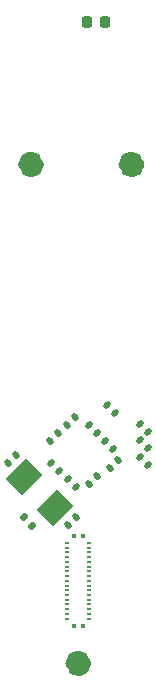
<source format=gbr>
%TF.GenerationSoftware,KiCad,Pcbnew,(6.0.7)*%
%TF.CreationDate,2022-08-25T19:07:38-04:00*%
%TF.ProjectId,msbaker,6d736261-6b65-4722-9e6b-696361645f70,3*%
%TF.SameCoordinates,Original*%
%TF.FileFunction,Paste,Bot*%
%TF.FilePolarity,Positive*%
%FSLAX46Y46*%
G04 Gerber Fmt 4.6, Leading zero omitted, Abs format (unit mm)*
G04 Created by KiCad (PCBNEW (6.0.7)) date 2022-08-25 19:07:38*
%MOMM*%
%LPD*%
G01*
G04 APERTURE LIST*
G04 Aperture macros list*
%AMRoundRect*
0 Rectangle with rounded corners*
0 $1 Rounding radius*
0 $2 $3 $4 $5 $6 $7 $8 $9 X,Y pos of 4 corners*
0 Add a 4 corners polygon primitive as box body*
4,1,4,$2,$3,$4,$5,$6,$7,$8,$9,$2,$3,0*
0 Add four circle primitives for the rounded corners*
1,1,$1+$1,$2,$3*
1,1,$1+$1,$4,$5*
1,1,$1+$1,$6,$7*
1,1,$1+$1,$8,$9*
0 Add four rect primitives between the rounded corners*
20,1,$1+$1,$2,$3,$4,$5,0*
20,1,$1+$1,$4,$5,$6,$7,0*
20,1,$1+$1,$6,$7,$8,$9,0*
20,1,$1+$1,$8,$9,$2,$3,0*%
%AMRotRect*
0 Rectangle, with rotation*
0 The origin of the aperture is its center*
0 $1 length*
0 $2 width*
0 $3 Rotation angle, in degrees counterclockwise*
0 Add horizontal line*
21,1,$1,$2,0,0,$3*%
G04 Aperture macros list end*
%ADD10C,1.100000*%
%ADD11RoundRect,0.140000X0.219203X0.021213X0.021213X0.219203X-0.219203X-0.021213X-0.021213X-0.219203X0*%
%ADD12RoundRect,0.140000X-0.219203X-0.021213X-0.021213X-0.219203X0.219203X0.021213X0.021213X0.219203X0*%
%ADD13RoundRect,0.140000X-0.021213X0.219203X-0.219203X0.021213X0.021213X-0.219203X0.219203X-0.021213X0*%
%ADD14RoundRect,0.140000X0.021213X-0.219203X0.219203X-0.021213X-0.021213X0.219203X-0.219203X0.021213X0*%
%ADD15RoundRect,0.060000X-0.115000X0.060000X-0.115000X-0.060000X0.115000X-0.060000X0.115000X0.060000X0*%
%ADD16RoundRect,0.075000X-0.135000X0.075000X-0.135000X-0.075000X0.135000X-0.075000X0.135000X0.075000X0*%
%ADD17RoundRect,0.225000X-0.225000X-0.250000X0.225000X-0.250000X0.225000X0.250000X-0.225000X0.250000X0*%
%ADD18RotRect,2.000000X2.400000X135.000000*%
%ADD19RoundRect,0.135000X0.226274X0.035355X0.035355X0.226274X-0.226274X-0.035355X-0.035355X-0.226274X0*%
G04 APERTURE END LIST*
D10*
X189300000Y-83000000D02*
G75*
G03*
X189300000Y-83000000I-550000J0D01*
G01*
X180800000Y-83000000D02*
G75*
G03*
X180800000Y-83000000I-550000J0D01*
G01*
X184800000Y-125250000D02*
G75*
G03*
X184800000Y-125250000I-550000J0D01*
G01*
D11*
%TO.C,C9*%
X186660589Y-103360589D03*
X187339411Y-104039411D03*
%TD*%
%TO.C,C19*%
X185839411Y-105739411D03*
X185160589Y-105060589D03*
%TD*%
D12*
%TO.C,C10*%
X189460589Y-107760589D03*
X190139411Y-108439411D03*
%TD*%
%TO.C,C12*%
X186521178Y-106421178D03*
X187200000Y-107100000D03*
%TD*%
D13*
%TO.C,C18*%
X187578822Y-108021178D03*
X186900000Y-108700000D03*
%TD*%
D14*
%TO.C,C15*%
X181860589Y-106439411D03*
X182539411Y-105760589D03*
%TD*%
D11*
%TO.C,C16*%
X182639411Y-108939411D03*
X181960589Y-108260589D03*
%TD*%
D14*
%TO.C,C17*%
X185160589Y-110039411D03*
X185839411Y-109360589D03*
%TD*%
D15*
%TO.C,J3*%
X185187500Y-115050000D03*
X183312500Y-115050000D03*
X185187500Y-115450000D03*
X183312500Y-115450000D03*
X185187500Y-115850000D03*
X183312500Y-115850000D03*
X185187500Y-116250000D03*
X183312500Y-116250000D03*
X185187500Y-116650000D03*
X183312500Y-116650000D03*
X185187500Y-117050000D03*
X183312500Y-117050000D03*
X185187500Y-117450000D03*
X183312500Y-117450000D03*
X185187500Y-117850000D03*
X183312500Y-117850000D03*
X185187500Y-118250000D03*
X183312500Y-118250000D03*
X185187500Y-118650000D03*
X183312500Y-118650000D03*
X185187500Y-119050000D03*
X183312500Y-119050000D03*
X185187500Y-119450000D03*
X183312500Y-119450000D03*
X185187500Y-119850000D03*
X183312500Y-119850000D03*
X185187500Y-120250000D03*
X183312500Y-120250000D03*
X185187500Y-120650000D03*
X183312500Y-120650000D03*
X185187500Y-121050000D03*
X183312500Y-121050000D03*
X185187500Y-121450000D03*
X183312500Y-121450000D03*
D16*
X183875000Y-122075000D03*
X183875000Y-114425000D03*
X184625000Y-114425000D03*
X184625000Y-122075000D03*
%TD*%
D17*
%TO.C,C2*%
X185000000Y-70900000D03*
X186550000Y-70900000D03*
%TD*%
D18*
%TO.C,Y1*%
X182308148Y-112058148D03*
X179691852Y-109441852D03*
%TD*%
D13*
%TO.C,C14*%
X183939411Y-104360589D03*
X183260589Y-105039411D03*
%TD*%
%TO.C,C4*%
X178978822Y-107621178D03*
X178300000Y-108300000D03*
%TD*%
D12*
%TO.C,C7*%
X189460589Y-104960589D03*
X190139411Y-105639411D03*
%TD*%
D19*
%TO.C,R4*%
X180360624Y-113610624D03*
X179639376Y-112889376D03*
%TD*%
D13*
%TO.C,C5*%
X184039411Y-112860589D03*
X183360589Y-113539411D03*
%TD*%
D12*
%TO.C,C20*%
X189460589Y-106360589D03*
X190139411Y-107039411D03*
%TD*%
%TO.C,C8*%
X183360589Y-109660589D03*
X184039411Y-110339411D03*
%TD*%
M02*

</source>
